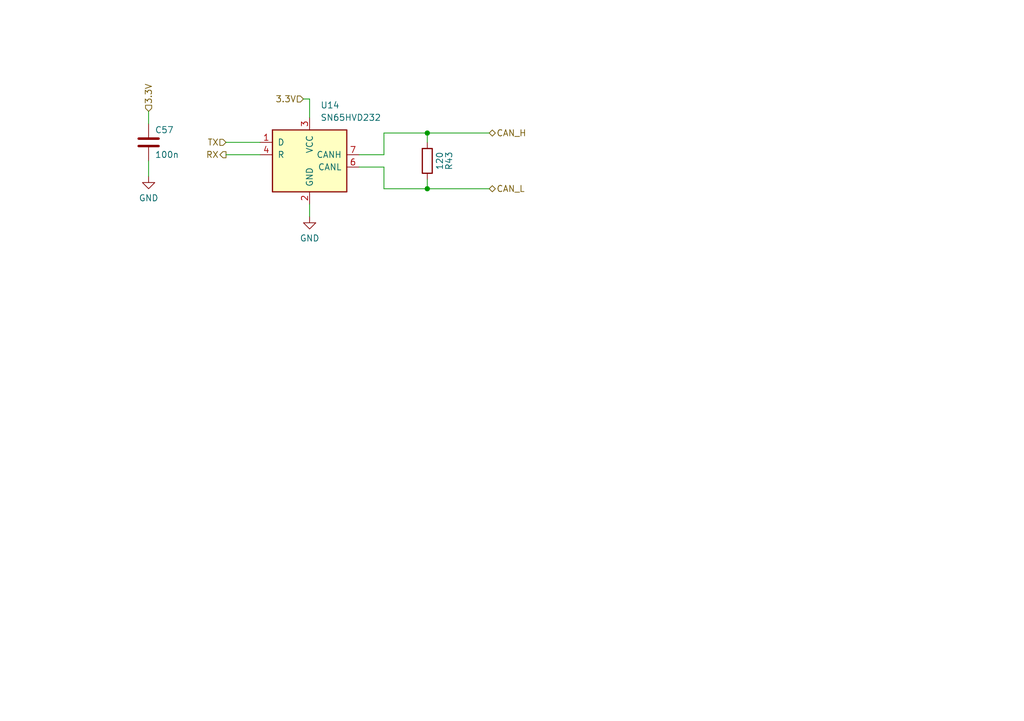
<source format=kicad_sch>
(kicad_sch (version 20231120) (generator "eeschema") (generator_version "8.0")
  (paper "A5")
  (lib_symbols
    (symbol "Device:C" (pin_numbers hide) (pin_names (offset 0.254))
      (property "Reference" "C" (at 0.635 2.54 0))
      (property "Value" "C" (at 0.635 -2.54 0))
      (symbol "C_0_1"
        (polyline (pts (xy -2.032 -0.762) (xy 2.032 -0.762)) (stroke (width 0.508)))
        (polyline (pts (xy -2.032 0.762) (xy 2.032 0.762)) (stroke (width 0.508)))
      )
      (symbol "C_1_1"
        (pin passive line (at 0 3.81 270) (length 2.794) (name "~") (number "1"))
        (pin passive line (at 0 -3.81 90) (length 2.794) (name "~") (number "2"))
      )
    )
    (symbol "Device:R" (pin_numbers hide) (pin_names (offset 0))
      (property "Reference" "R" (at 2.032 0 90))
      (property "Value" "R" (at 0 0 90))
      (symbol "R_0_1"
        (rectangle (start -1.016 -2.54) (end 1.016 2.54) (stroke (width 0.254)))
      )
      (symbol "R_1_1"
        (pin passive line (at 0 3.81 270) (length 1.27) (name "~") (number "1"))
        (pin passive line (at 0 -3.81 90) (length 1.27) (name "~") (number "2"))
      )
    )
    (symbol "Interface_CAN_LIN:SN65HVD232" (pin_names (offset 1.016))
      (property "Reference" "U" (at -2.54 10.16 0))
      (property "Value" "SN65HVD232" (at -2.54 7.62 0))
      (symbol "SN65HVD232_0_1"
        (rectangle (start -7.62 5.08) (end 7.62 -7.62) (stroke (width 0.254)) (fill (type background)))
      )
      (symbol "SN65HVD232_1_1"
        (pin input line (at -10.16 2.54 0) (length 2.54) (name "D") (number "1"))
        (pin power_in line (at 0 -10.16 90) (length 2.54) (name "GND") (number "2"))
        (pin power_in line (at 0 7.62 270) (length 2.54) (name "VCC") (number "3"))
        (pin output line (at -10.16 0 0) (length 2.54) (name "R") (number "4"))
        (pin no_connect line (at -7.62 -2.54 0) (length 2.54) hide (name "NC") (number "5"))
        (pin bidirectional line (at 10.16 -2.54 180) (length 2.54) (name "CANL") (number "6"))
        (pin bidirectional line (at 10.16 0 180) (length 2.54) (name "CANH") (number "7"))
        (pin no_connect line (at -7.62 -5.08 0) (length 2.54) hide (name "NC") (number "8"))
      )
    )
    (symbol "power:GND" (power) (pin_names (offset 0))
      (property "Value" "GND" (at 0 -3.81 0))
      (symbol "GND_0_1"
        (polyline (pts (xy 0 0) (xy 0 -1.27) (xy 1.27 -1.27) (xy 0 -2.54) (xy -1.27 -1.27) (xy 0 -1.27)))
      )
      (symbol "GND_1_1"
        (pin power_in line (at 0 0 270) (length 0) hide (name "GND") (number "1"))
      )
    )
  )
  (junction (at 87.63 27.305))
  (junction (at 87.63 38.735))
  (wire (pts (xy 30.48 22.86) (xy 30.48 25.4)))
  (wire (pts (xy 30.48 33.02) (xy 30.48 36.195)))
  (wire (pts (xy 78.74 27.305) (xy 87.63 27.305)))
  (wire (pts (xy 78.74 38.735) (xy 87.63 38.735)))
  (wire (pts (xy 73.66 34.29) (xy 78.74 34.29)))
  (wire (pts (xy 87.63 36.83) (xy 87.63 38.735)))
  (wire (pts (xy 73.66 31.75) (xy 78.74 31.75)))
  (wire (pts (xy 46.355 29.21) (xy 53.34 29.21)))
  (wire (pts (xy 87.63 38.735) (xy 100.33 38.735)))
  (wire (pts (xy 78.74 34.29) (xy 78.74 38.735)))
  (wire (pts (xy 78.74 31.75) (xy 78.74 27.305)))
  (wire (pts (xy 87.63 27.305) (xy 100.33 27.305)))
  (wire (pts (xy 63.5 41.91) (xy 63.5 44.45)))
  (wire (pts (xy 46.355 31.75) (xy 53.34 31.75)))
  (wire (pts (xy 63.5 20.32) (xy 63.5 24.13)))
  (wire (pts (xy 62.23 20.32) (xy 63.5 20.32)))
  (wire (pts (xy 87.63 27.305) (xy 87.63 29.21)))
  (hierarchical_label "TX" (shape input) (at 46.355 29.21 180))
  (hierarchical_label "3.3V" (shape input) (at 30.48 22.86 90))
  (hierarchical_label "3.3V" (shape input) (at 62.23 20.32 180))
  (hierarchical_label "RX" (shape output) (at 46.355 31.75 180))
  (hierarchical_label "CAN_L" (shape bidirectional) (at 100.33 38.735 0))
  (hierarchical_label "CAN_H" (shape bidirectional) (at 100.33 27.305 0))
  (symbol (lib_id "power:GND") (at 30.48 36.195 0) (unit 1)
    (property "Reference" "#PWR055" (effects (hide yes)))
    (property "Value" "GND" (at 30.48 40.64 0))
    (instances (project "vesc6" (path "" (reference "#PWR055") (unit 1)) (path "" (reference "#PWR096") (unit 1))))
  )
  (symbol (lib_id "Device:C") (at 30.48 29.21 0) (unit 1)
    (property "Reference" "C57" (at 31.75 26.67 0) (effects (justify left)))
    (property "Value" "100n" (at 31.75 31.75 0) (effects (justify left)))
    (property "Footprint" "Capacitor_SMD:C_0603_1608Metric" (effects (hide yes)))
    (property "Voltage" "100V" (effects (hide yes)))
    (instances (project "vesc6" (path "" (reference "C57") (unit 1)) (path "" (reference "C118") (unit 1))))
  )
  (symbol (lib_id "power:GND") (at 63.5 44.45 0) (unit 1)
    (property "Reference" "#PWR056" (effects (hide yes)))
    (property "Value" "GND" (at 63.5 48.895 0))
    (instances (project "vesc6" (path "" (reference "#PWR056") (unit 1)) (path "" (reference "#PWR097") (unit 1))))
  )
  (symbol (lib_id "Device:R") (at 87.63 33.02 0) (unit 1)
    (property "Reference" "R43" (at 92.075 33.02 90))
    (property "Value" "120" (at 90.17 33.02 90))
    (property "Footprint" "Resistor_SMD:R_0603_1608Metric" (effects (hide yes)))
    (instances (project "vesc6" (path "" (reference "R43") (unit 1)) (path "" (reference "R74") (unit 1))))
  )
  (symbol (lib_id "Interface_CAN_LIN:SN65HVD232") (at 63.5 31.75 0) (unit 1)
    (property "Reference" "U14" (at 65.6941 21.59 0) (effects (justify left)))
    (property "Value" "SN65HVD232" (at 65.6941 24.13 0) (effects (justify left)))
    (property "Footprint" "Package_SO:SOIC-8_3.9x4.9mm_P1.27mm" (effects (hide yes)))
    (property "Datasheet" "https://datasheet.lcsc.com/lcsc/1810181615_Texas-Instruments-SN65HVD232DR_C30530.pdf" (effects (hide yes)))
    (property "LCSC-PN" "C30530" (effects (hide yes)))
    (instances (project "vesc6" (path "" (reference "U14") (unit 1)) (path "" (reference "U26") (unit 1))))
  )
)
</source>
